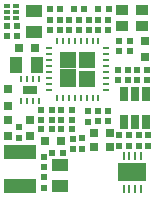
<source format=gtp>
%FSLAX25Y25*%
%MOIN*%
G70*
G01*
G75*
G04 Layer_Color=8421504*
%ADD10R,0.02756X0.05118*%
%ADD11R,0.09370X0.06496*%
%ADD12R,0.00984X0.02756*%
%ADD13R,0.01929X0.01181*%
%ADD14R,0.02047X0.01181*%
%ADD15R,0.06299X0.03543*%
%ADD16R,0.01102X0.01969*%
%ADD17R,0.12205X0.12205*%
%ADD18R,0.00984X0.02362*%
%ADD19R,0.02362X0.00984*%
%ADD20R,0.01969X0.01969*%
%ADD21R,0.01969X0.01969*%
%ADD22R,0.10709X0.05079*%
%ADD23R,0.05787X0.04449*%
%ADD24R,0.03000X0.03000*%
%ADD25R,0.04449X0.05787*%
%ADD26R,0.03000X0.03000*%
%ADD27R,0.04331X0.03543*%
%ADD28C,0.00600*%
%ADD29C,0.01000*%
%ADD30C,0.01200*%
%ADD31C,0.00800*%
%ADD32C,0.00500*%
%ADD33C,0.02000*%
%ADD34C,0.05118*%
%ADD35C,0.01969*%
%ADD36C,0.01400*%
%ADD37O,0.01575X0.05299*%
%ADD38O,0.01575X0.06874*%
%ADD39O,0.05299X0.01575*%
%ADD40O,0.06874X0.01575*%
%ADD41O,0.10024X0.01575*%
%ADD42R,0.02953X0.05906*%
%ADD43C,0.00984*%
%ADD44C,0.00394*%
%ADD45C,0.00787*%
%ADD46R,0.00984X0.01969*%
%ADD47R,0.05118X0.02756*%
%ADD48R,0.05512X0.05512*%
%ADD49R,0.05512X0.05906*%
%ADD50R,0.02756X0.00000*%
D10*
X41060Y24676D02*
D03*
X44800D02*
D03*
X48540D02*
D03*
Y34124D02*
D03*
X44800D02*
D03*
X41060D02*
D03*
D11*
X43900Y7900D02*
D03*
D12*
X40947Y2388D02*
D03*
X42916D02*
D03*
X44884D02*
D03*
X46853D02*
D03*
X40947Y13412D02*
D03*
X42916D02*
D03*
X44884D02*
D03*
X46853D02*
D03*
D13*
X1984Y59431D02*
D03*
Y61400D02*
D03*
Y63368D02*
D03*
X5016D02*
D03*
Y61400D02*
D03*
D14*
Y59431D02*
D03*
D18*
X18810Y51749D02*
D03*
X20779D02*
D03*
X22747D02*
D03*
X24716D02*
D03*
X26684D02*
D03*
X28653D02*
D03*
X30621D02*
D03*
X32590D02*
D03*
Y32851D02*
D03*
X30621D02*
D03*
X28653D02*
D03*
X26684D02*
D03*
X24716D02*
D03*
X22747D02*
D03*
X20779D02*
D03*
X18810D02*
D03*
D19*
X35149Y49190D02*
D03*
Y47221D02*
D03*
Y45253D02*
D03*
Y43284D02*
D03*
Y41316D02*
D03*
Y39347D02*
D03*
Y37379D02*
D03*
Y35410D02*
D03*
X16251D02*
D03*
Y37379D02*
D03*
Y39347D02*
D03*
Y41316D02*
D03*
Y43284D02*
D03*
Y45253D02*
D03*
Y47221D02*
D03*
Y49190D02*
D03*
D20*
X42800Y16728D02*
D03*
Y20272D02*
D03*
X39600Y16728D02*
D03*
Y20272D02*
D03*
X14400Y9528D02*
D03*
Y13072D02*
D03*
Y6372D02*
D03*
Y2828D02*
D03*
X2000Y53228D02*
D03*
Y56772D02*
D03*
X45600Y38528D02*
D03*
Y42072D02*
D03*
X48800Y38528D02*
D03*
Y42072D02*
D03*
X6200Y22972D02*
D03*
Y19428D02*
D03*
X24000Y15628D02*
D03*
Y19172D02*
D03*
X27200Y15828D02*
D03*
Y19372D02*
D03*
X35700Y58772D02*
D03*
Y55228D02*
D03*
X32500Y58772D02*
D03*
Y55228D02*
D03*
X29300Y58772D02*
D03*
Y55228D02*
D03*
X26100Y58772D02*
D03*
Y55228D02*
D03*
X19700Y58772D02*
D03*
Y55228D02*
D03*
X39200Y38528D02*
D03*
Y42072D02*
D03*
X5300Y56772D02*
D03*
Y53228D02*
D03*
X16500Y55228D02*
D03*
Y58772D02*
D03*
X29200Y24728D02*
D03*
Y28272D02*
D03*
X42400Y38528D02*
D03*
Y42072D02*
D03*
X46000Y16728D02*
D03*
Y20272D02*
D03*
X49200Y16728D02*
D03*
Y20272D02*
D03*
X22900Y55228D02*
D03*
Y58772D02*
D03*
D21*
X20772Y14400D02*
D03*
X17228D02*
D03*
X35869Y25054D02*
D03*
X32326D02*
D03*
X35869Y28254D02*
D03*
X32326D02*
D03*
X20128Y25500D02*
D03*
X23672D02*
D03*
X20128Y28700D02*
D03*
X23672D02*
D03*
X13428Y25500D02*
D03*
X16972D02*
D03*
X13428Y28700D02*
D03*
X16972D02*
D03*
X42972Y48500D02*
D03*
X39428D02*
D03*
X19872Y62500D02*
D03*
X16328D02*
D03*
X16972Y22300D02*
D03*
X13428D02*
D03*
X23672D02*
D03*
X20128D02*
D03*
X24328Y62500D02*
D03*
X27872D02*
D03*
X35972D02*
D03*
X32428D02*
D03*
X42972Y51800D02*
D03*
X39428D02*
D03*
D22*
X6400Y3469D02*
D03*
Y14532D02*
D03*
D23*
X19700Y3247D02*
D03*
Y10215D02*
D03*
X11200Y54616D02*
D03*
Y61584D02*
D03*
D24*
X9800Y25450D02*
D03*
Y19950D02*
D03*
X2500Y25450D02*
D03*
Y19950D02*
D03*
Y35550D02*
D03*
Y30050D02*
D03*
X48000Y51750D02*
D03*
Y46250D02*
D03*
D25*
X12084Y43800D02*
D03*
X5116D02*
D03*
D26*
X36450Y16400D02*
D03*
X30950D02*
D03*
X14750Y18200D02*
D03*
X20250D02*
D03*
X5950Y49400D02*
D03*
X11450D02*
D03*
X36448Y20954D02*
D03*
X30948D02*
D03*
D27*
X47246Y56741D02*
D03*
X40554D02*
D03*
X47246Y61859D02*
D03*
X40554D02*
D03*
D46*
X8716Y31560D02*
D03*
X6747D02*
D03*
X10684Y31560D02*
D03*
X12653D02*
D03*
Y39040D02*
D03*
X10684D02*
D03*
X8716Y39040D02*
D03*
X6747D02*
D03*
D47*
X9700Y35308D02*
D03*
D48*
X22550Y45450D02*
D03*
X28850Y39150D02*
D03*
Y45450D02*
D03*
D49*
X22550Y39347D02*
D03*
D50*
X9700Y35300D02*
D03*
M02*

</source>
